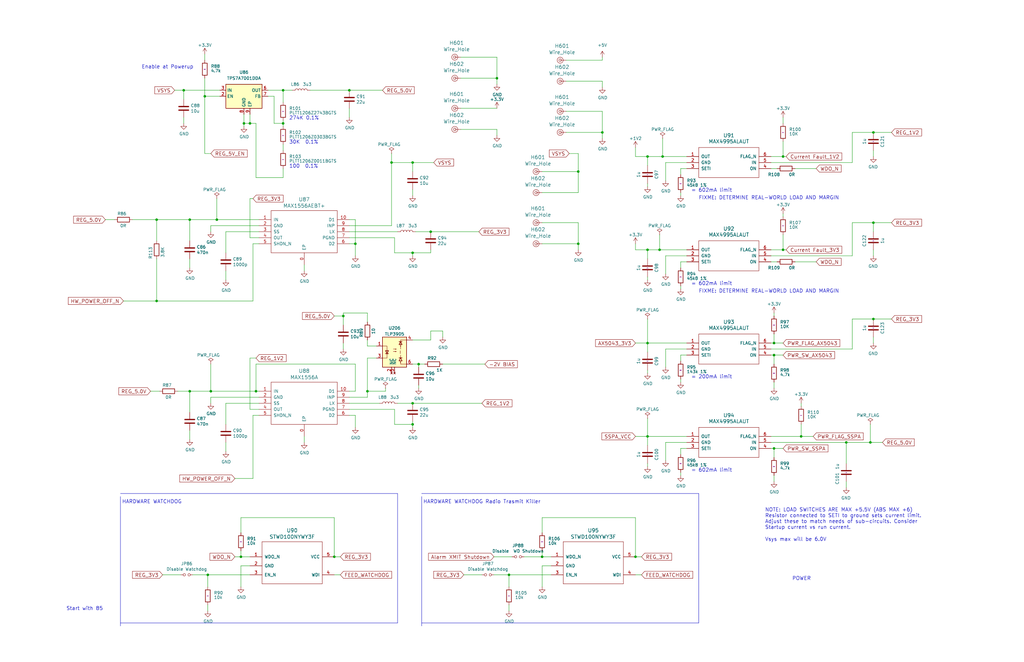
<source format=kicad_sch>
(kicad_sch (version 20230121) (generator eeschema)
  (paper "USLedger")
  (title_block (title "Radiation Tolerant PacSat Communication") (date "2023-06-17") (rev "A") (company "AMSAT-NA") (comment 1 "N5BRG"))
  (junction (at 181.61 97.79))
  (junction (at 228.6 234.95))
  (junction (at 101.6 234.95))
  (junction (at 147.32 38.1))
  (junction (at 140.97 234.95))
  (junction (at 326.39 144.78))
  (junction (at 254 55.88))
  (junction (at 279.4 66.04))
  (junction (at 86.36 40.64))
  (junction (at 173.99 106.68))
  (junction (at 77.47 38.1))
  (junction (at 278.13 105.41))
  (junction (at 66.04 127))
  (junction (at 80.01 165.1))
  (junction (at 267.97 234.95))
  (junction (at 273.05 184.15))
  (junction (at 368.3 134.62))
  (junction (at 88.9 165.1))
  (junction (at 243.84 72.39))
  (junction (at 119.38 52.07))
  (junction (at 102.87 52.07))
  (junction (at 119.38 38.1))
  (junction (at 144.78 133.35))
  (junction (at 149.86 102.87))
  (junction (at 330.2 105.41))
  (junction (at 214.63 242.57))
  (junction (at 105.41 52.07))
  (junction (at 154.94 165.1))
  (junction (at 165.1 68.58))
  (junction (at 173.99 179.07))
  (junction (at 337.82 184.15))
  (junction (at 356.87 186.69))
  (junction (at 330.2 66.04))
  (junction (at 87.63 242.57))
  (junction (at 80.01 92.71))
  (junction (at 368.3 55.88))
  (junction (at 107.95 165.1))
  (junction (at 91.44 92.71))
  (junction (at 173.99 170.18))
  (junction (at 243.84 102.87))
  (junction (at 173.99 68.58))
  (junction (at 273.05 105.41))
  (junction (at 326.39 149.86))
  (junction (at 209.55 33.02))
  (junction (at 66.04 92.71))
  (junction (at 273.05 66.04))
  (junction (at 367.03 186.69))
  (junction (at 368.3 93.98))
  (junction (at 273.05 144.78))
  (junction (at 326.39 189.23))
  (junction (at 176.53 153.67))
  (wire (pts (xy 287.02 81.28) (xy 287.02 82.55)))
  (wire (pts (xy 273.05 176.53) (xy 273.05 184.15)))
  (wire (pts (xy 147.32 172.72) (xy 166.37 172.72)))
  (wire (pts (xy 220.98 234.95) (xy 228.6 234.95)))
  (wire (pts (xy 194.31 54.61) (xy 209.55 54.61)))
  (wire (pts (xy 330.2 66.04) (xy 331.47 66.04)))
  (wire (pts (xy 273.05 156.21) (xy 273.05 157.48)))
  (wire (pts (xy 181.61 143.51) (xy 181.61 139.7)))
  (wire (pts (xy 243.84 64.77) (xy 240.03 64.77)))
  (polyline (pts (xy 50.8 208.28) (xy 167.64 208.28)))
  (wire (pts (xy 107.95 74.93) (xy 119.38 74.93)))
  (wire (pts (xy 95.25 97.79) (xy 95.25 106.68)))
  (wire (pts (xy 186.69 139.7) (xy 186.69 142.24)))
  (wire (pts (xy 359.41 107.95) (xy 359.41 93.98)))
  (wire (pts (xy 119.38 52.07) (xy 119.38 53.34)))
  (wire (pts (xy 359.41 68.58) (xy 359.41 55.88)))
  (wire (pts (xy 166.37 172.72) (xy 166.37 179.07)))
  (wire (pts (xy 66.04 109.22) (xy 66.04 127)))
  (polyline (pts (xy 167.64 262.89) (xy 50.8 262.89)))
  (wire (pts (xy 176.53 153.67) (xy 179.07 153.67)))
  (wire (pts (xy 105.41 100.33) (xy 109.22 100.33)))
  (wire (pts (xy 359.41 134.62) (xy 359.41 147.32)))
  (wire (pts (xy 273.05 184.15) (xy 289.56 184.15)))
  (wire (pts (xy 330.2 49.53) (xy 330.2 52.07)))
  (wire (pts (xy 368.3 93.98) (xy 375.92 93.98)))
  (wire (pts (xy 176.53 153.67) (xy 176.53 154.94)))
  (wire (pts (xy 95.25 114.3) (xy 95.25 118.11)))
  (polyline (pts (xy 294.64 262.89) (xy 177.8 262.89)))
  (wire (pts (xy 154.94 143.51) (xy 154.94 146.05)))
  (wire (pts (xy 77.47 49.53) (xy 77.47 52.07)))
  (wire (pts (xy 228.6 234.95) (xy 232.41 234.95)))
  (wire (pts (xy 144.78 132.08) (xy 144.78 133.35)))
  (wire (pts (xy 337.82 170.18) (xy 337.82 171.45)))
  (wire (pts (xy 115.57 52.07) (xy 119.38 52.07)))
  (wire (pts (xy 287.02 152.4) (xy 287.02 149.86)))
  (wire (pts (xy 81.28 242.57) (xy 87.63 242.57)))
  (wire (pts (xy 115.57 40.64) (xy 115.57 52.07)))
  (wire (pts (xy 147.32 165.1) (xy 149.86 165.1)))
  (wire (pts (xy 99.06 234.95) (xy 101.6 234.95)))
  (wire (pts (xy 279.4 66.04) (xy 289.56 66.04)))
  (wire (pts (xy 105.41 238.76) (xy 101.6 238.76)))
  (wire (pts (xy 335.28 71.12) (xy 344.17 71.12)))
  (wire (pts (xy 119.38 60.96) (xy 119.38 63.5)))
  (wire (pts (xy 101.6 234.95) (xy 105.41 234.95)))
  (wire (pts (xy 181.61 106.68) (xy 173.99 106.68)))
  (wire (pts (xy 109.22 97.79) (xy 95.25 97.79)))
  (wire (pts (xy 209.55 54.61) (xy 209.55 57.15)))
  (wire (pts (xy 368.3 66.04) (xy 368.3 63.5)))
  (wire (pts (xy 140.97 234.95) (xy 143.51 234.95)))
  (wire (pts (xy 44.45 92.71) (xy 48.26 92.71)))
  (wire (pts (xy 109.22 175.26) (xy 106.68 175.26)))
  (wire (pts (xy 368.3 105.41) (xy 368.3 107.95)))
  (wire (pts (xy 273.05 109.22) (xy 273.05 105.41)))
  (wire (pts (xy 254 46.99) (xy 254 55.88)))
  (wire (pts (xy 86.36 40.64) (xy 92.71 40.64)))
  (wire (pts (xy 356.87 186.69) (xy 367.03 186.69)))
  (wire (pts (xy 325.12 66.04) (xy 330.2 66.04)))
  (wire (pts (xy 337.82 184.15) (xy 342.9 184.15)))
  (wire (pts (xy 287.02 191.77) (xy 287.02 189.23)))
  (wire (pts (xy 326.39 200.66) (xy 326.39 203.2)))
  (wire (pts (xy 106.68 201.93) (xy 106.68 175.26)))
  (wire (pts (xy 105.41 48.26) (xy 105.41 52.07)))
  (wire (pts (xy 173.99 80.01) (xy 173.99 82.55)))
  (wire (pts (xy 267.97 62.23) (xy 267.97 66.04)))
  (wire (pts (xy 181.61 105.41) (xy 181.61 106.68)))
  (wire (pts (xy 113.03 40.64) (xy 115.57 40.64)))
  (wire (pts (xy 368.3 55.88) (xy 375.92 55.88)))
  (wire (pts (xy 119.38 50.8) (xy 119.38 52.07)))
  (wire (pts (xy 102.87 52.07) (xy 102.87 53.34)))
  (wire (pts (xy 176.53 162.56) (xy 176.53 163.83)))
  (wire (pts (xy 182.88 68.58) (xy 173.99 68.58)))
  (wire (pts (xy 326.39 144.78) (xy 325.12 144.78)))
  (wire (pts (xy 273.05 148.59) (xy 273.05 144.78)))
  (wire (pts (xy 107.95 74.93) (xy 107.95 52.07)))
  (wire (pts (xy 278.13 105.41) (xy 289.56 105.41)))
  (wire (pts (xy 109.22 167.64) (xy 88.9 167.64)))
  (wire (pts (xy 273.05 134.62) (xy 273.05 144.78)))
  (wire (pts (xy 77.47 38.1) (xy 92.71 38.1)))
  (wire (pts (xy 149.86 102.87) (xy 149.86 107.95)))
  (wire (pts (xy 208.28 242.57) (xy 214.63 242.57)))
  (wire (pts (xy 144.78 132.08) (xy 154.94 132.08)))
  (wire (pts (xy 287.02 199.39) (xy 287.02 200.66)))
  (wire (pts (xy 186.69 153.67) (xy 204.47 153.67)))
  (wire (pts (xy 273.05 69.85) (xy 273.05 66.04)))
  (wire (pts (xy 77.47 41.91) (xy 77.47 38.1)))
  (wire (pts (xy 243.84 102.87) (xy 243.84 105.41)))
  (wire (pts (xy 326.39 132.08) (xy 326.39 133.35)))
  (wire (pts (xy 101.6 218.44) (xy 140.97 218.44)))
  (wire (pts (xy 368.3 134.62) (xy 375.92 134.62)))
  (polyline (pts (xy 177.8 208.28) (xy 294.64 208.28)))
  (wire (pts (xy 330.2 66.04) (xy 330.2 59.69)))
  (wire (pts (xy 95.25 186.69) (xy 95.25 190.5)))
  (wire (pts (xy 325.12 184.15) (xy 337.82 184.15)))
  (wire (pts (xy 173.99 72.39) (xy 173.99 68.58)))
  (wire (pts (xy 273.05 195.58) (xy 273.05 196.85)))
  (wire (pts (xy 149.86 92.71) (xy 149.86 102.87)))
  (wire (pts (xy 80.01 165.1) (xy 88.9 165.1)))
  (wire (pts (xy 173.99 143.51) (xy 181.61 143.51)))
  (wire (pts (xy 86.36 22.86) (xy 86.36 25.4)))
  (wire (pts (xy 326.39 149.86) (xy 326.39 153.67)))
  (wire (pts (xy 173.99 179.07) (xy 173.99 180.34)))
  (wire (pts (xy 106.68 102.87) (xy 109.22 102.87)))
  (wire (pts (xy 356.87 195.58) (xy 356.87 186.69)))
  (wire (pts (xy 66.04 92.71) (xy 66.04 101.6)))
  (wire (pts (xy 273.05 144.78) (xy 289.56 144.78)))
  (wire (pts (xy 80.01 92.71) (xy 80.01 101.6)))
  (wire (pts (xy 287.02 160.02) (xy 287.02 161.29)))
  (wire (pts (xy 144.78 144.78) (xy 144.78 147.32)))
  (wire (pts (xy 130.81 38.1) (xy 147.32 38.1)))
  (wire (pts (xy 287.02 73.66) (xy 287.02 71.12)))
  (wire (pts (xy 165.1 95.25) (xy 165.1 68.58)))
  (wire (pts (xy 95.25 170.18) (xy 95.25 179.07)))
  (wire (pts (xy 162.56 163.83) (xy 162.56 165.1)))
  (wire (pts (xy 76.2 242.57) (xy 68.58 242.57)))
  (wire (pts (xy 88.9 165.1) (xy 107.95 165.1)))
  (wire (pts (xy 326.39 161.29) (xy 326.39 163.83)))
  (wire (pts (xy 147.32 102.87) (xy 149.86 102.87)))
  (wire (pts (xy 87.63 255.27) (xy 87.63 257.81)))
  (wire (pts (xy 267.97 66.04) (xy 273.05 66.04)))
  (wire (pts (xy 209.55 24.13) (xy 209.55 33.02)))
  (wire (pts (xy 267.97 218.44) (xy 267.97 234.95)))
  (wire (pts (xy 105.41 151.13) (xy 107.95 151.13)))
  (wire (pts (xy 173.99 153.67) (xy 176.53 153.67)))
  (wire (pts (xy 287.02 110.49) (xy 289.56 110.49)))
  (wire (pts (xy 105.41 52.07) (xy 107.95 52.07)))
  (wire (pts (xy 119.38 71.12) (xy 119.38 74.93)))
  (wire (pts (xy 368.3 144.78) (xy 368.3 142.24)))
  (wire (pts (xy 154.94 151.13) (xy 154.94 165.1)))
  (wire (pts (xy 102.87 48.26) (xy 102.87 52.07)))
  (wire (pts (xy 167.64 170.18) (xy 173.99 170.18)))
  (wire (pts (xy 113.03 38.1) (xy 119.38 38.1)))
  (wire (pts (xy 330.2 105.41) (xy 331.47 105.41)))
  (wire (pts (xy 107.95 153.67) (xy 107.95 165.1)))
  (wire (pts (xy 147.32 45.72) (xy 147.32 49.53)))
  (wire (pts (xy 86.36 33.02) (xy 86.36 40.64)))
  (wire (pts (xy 289.56 68.58) (xy 280.67 68.58)))
  (wire (pts (xy 273.05 105.41) (xy 278.13 105.41)))
  (wire (pts (xy 128.27 184.15) (xy 128.27 186.69)))
  (wire (pts (xy 173.99 177.8) (xy 173.99 179.07)))
  (wire (pts (xy 106.68 127) (xy 106.68 102.87)))
  (wire (pts (xy 267.97 184.15) (xy 273.05 184.15)))
  (wire (pts (xy 149.86 175.26) (xy 149.86 180.34)))
  (wire (pts (xy 238.76 55.88) (xy 254 55.88)))
  (wire (pts (xy 228.6 238.76) (xy 228.6 247.65)))
  (wire (pts (xy 80.01 109.22) (xy 80.01 113.03)))
  (wire (pts (xy 74.93 165.1) (xy 80.01 165.1)))
  (wire (pts (xy 287.02 71.12) (xy 289.56 71.12)))
  (wire (pts (xy 175.26 97.79) (xy 181.61 97.79)))
  (wire (pts (xy 209.55 33.02) (xy 209.55 35.56)))
  (wire (pts (xy 359.41 93.98) (xy 368.3 93.98)))
  (wire (pts (xy 154.94 146.05) (xy 158.75 146.05)))
  (wire (pts (xy 88.9 95.25) (xy 88.9 97.79)))
  (wire (pts (xy 254 34.29) (xy 254 36.83)))
  (wire (pts (xy 368.3 93.98) (xy 368.3 97.79)))
  (wire (pts (xy 173.99 106.68) (xy 173.99 107.95)))
  (wire (pts (xy 147.32 97.79) (xy 167.64 97.79)))
  (wire (pts (xy 238.76 25.4) (xy 254 25.4)))
  (wire (pts (xy 287.02 120.65) (xy 287.02 121.92)))
  (wire (pts (xy 273.05 66.04) (xy 279.4 66.04)))
  (wire (pts (xy 228.6 224.79) (xy 228.6 218.44)))
  (wire (pts (xy 367.03 186.69) (xy 372.11 186.69)))
  (wire (pts (xy 254 55.88) (xy 254 58.42)))
  (wire (pts (xy 287.02 189.23) (xy 289.56 189.23)))
  (wire (pts (xy 330.2 105.41) (xy 330.2 99.06)))
  (wire (pts (xy 243.84 72.39) (xy 243.84 81.28)))
  (wire (pts (xy 267.97 234.95) (xy 270.51 234.95)))
  (polyline (pts (xy 50.8 264.16) (xy 50.8 209.55)))
  (wire (pts (xy 243.84 93.98) (xy 243.84 102.87)))
  (wire (pts (xy 228.6 93.98) (xy 243.84 93.98)))
  (wire (pts (xy 359.41 147.32) (xy 325.12 147.32)))
  (wire (pts (xy 87.63 242.57) (xy 87.63 247.65)))
  (wire (pts (xy 105.41 83.82) (xy 106.68 83.82)))
  (wire (pts (xy 273.05 187.96) (xy 273.05 184.15)))
  (wire (pts (xy 109.22 170.18) (xy 95.25 170.18)))
  (wire (pts (xy 166.37 106.68) (xy 173.99 106.68)))
  (wire (pts (xy 214.63 255.27) (xy 214.63 257.81)))
  (wire (pts (xy 80.01 92.71) (xy 91.44 92.71)))
  (wire (pts (xy 228.6 102.87) (xy 243.84 102.87)))
  (wire (pts (xy 86.36 64.77) (xy 86.36 40.64)))
  (wire (pts (xy 140.97 242.57) (xy 143.51 242.57)))
  (wire (pts (xy 326.39 149.86) (xy 330.2 149.86)))
  (wire (pts (xy 325.12 149.86) (xy 326.39 149.86)))
  (wire (pts (xy 194.31 45.72) (xy 209.55 45.72)))
  (wire (pts (xy 238.76 46.99) (xy 254 46.99)))
  (wire (pts (xy 91.44 92.71) (xy 109.22 92.71)))
  (wire (pts (xy 325.12 71.12) (xy 327.66 71.12)))
  (wire (pts (xy 105.41 83.82) (xy 105.41 100.33)))
  (wire (pts (xy 147.32 95.25) (xy 165.1 95.25)))
  (wire (pts (xy 335.28 110.49) (xy 344.17 110.49)))
  (wire (pts (xy 267.97 144.78) (xy 273.05 144.78)))
  (wire (pts (xy 147.32 170.18) (xy 160.02 170.18)))
  (wire (pts (xy 267.97 105.41) (xy 273.05 105.41)))
  (wire (pts (xy 367.03 179.07) (xy 367.03 186.69)))
  (wire (pts (xy 88.9 153.67) (xy 88.9 165.1)))
  (wire (pts (xy 214.63 242.57) (xy 232.41 242.57)))
  (wire (pts (xy 66.04 92.71) (xy 80.01 92.71)))
  (wire (pts (xy 325.12 105.41) (xy 330.2 105.41)))
  (wire (pts (xy 88.9 64.77) (xy 86.36 64.77)))
  (wire (pts (xy 166.37 100.33) (xy 166.37 106.68)))
  (wire (pts (xy 119.38 38.1) (xy 119.38 43.18)))
  (wire (pts (xy 273.05 77.47) (xy 273.05 78.74)))
  (wire (pts (xy 88.9 167.64) (xy 88.9 170.18)))
  (wire (pts (xy 330.2 90.17) (xy 330.2 91.44)))
  (wire (pts (xy 109.22 95.25) (xy 88.9 95.25)))
  (wire (pts (xy 280.67 147.32) (xy 280.67 154.94)))
  (wire (pts (xy 289.56 107.95) (xy 280.67 107.95)))
  (wire (pts (xy 267.97 102.87) (xy 267.97 105.41)))
  (wire (pts (xy 147.32 38.1) (xy 161.29 38.1)))
  (wire (pts (xy 228.6 81.28) (xy 243.84 81.28)))
  (wire (pts (xy 165.1 68.58) (xy 173.99 68.58)))
  (wire (pts (xy 154.94 165.1) (xy 154.94 167.64)))
  (wire (pts (xy 359.41 134.62) (xy 368.3 134.62)))
  (wire (pts (xy 105.41 172.72) (xy 105.41 151.13)))
  (wire (pts (xy 325.12 189.23) (xy 326.39 189.23)))
  (wire (pts (xy 325.12 110.49) (xy 327.66 110.49)))
  (polyline (pts (xy 167.64 208.28) (xy 167.64 262.89)))
  (wire (pts (xy 254 24.13) (xy 254 25.4)))
  (wire (pts (xy 326.39 193.04) (xy 326.39 189.23)))
  (wire (pts (xy 289.56 186.69) (xy 280.67 186.69)))
  (wire (pts (xy 273.05 116.84) (xy 273.05 118.11)))
  (wire (pts (xy 287.02 149.86) (xy 289.56 149.86)))
  (wire (pts (xy 232.41 238.76) (xy 228.6 238.76)))
  (wire (pts (xy 52.07 127) (xy 66.04 127)))
  (wire (pts (xy 101.6 232.41) (xy 101.6 234.95)))
  (wire (pts (xy 326.39 140.97) (xy 326.39 144.78)))
  (wire (pts (xy 87.63 242.57) (xy 105.41 242.57)))
  (wire (pts (xy 194.31 24.13) (xy 209.55 24.13)))
  (wire (pts (xy 147.32 92.71) (xy 149.86 92.71)))
  (wire (pts (xy 109.22 172.72) (xy 105.41 172.72)))
  (polyline (pts (xy 177.8 264.16) (xy 177.8 209.55)))
  (wire (pts (xy 181.61 139.7) (xy 186.69 139.7)))
  (wire (pts (xy 325.12 186.69) (xy 356.87 186.69)))
  (wire (pts (xy 359.41 55.88) (xy 368.3 55.88)))
  (wire (pts (xy 166.37 179.07) (xy 173.99 179.07)))
  (wire (pts (xy 289.56 147.32) (xy 280.67 147.32)))
  (wire (pts (xy 243.84 64.77) (xy 243.84 72.39)))
  (wire (pts (xy 101.6 224.79) (xy 101.6 218.44)))
  (wire (pts (xy 214.63 242.57) (xy 214.63 247.65)))
  (wire (pts (xy 356.87 205.74) (xy 356.87 203.2)))
  (wire (pts (xy 325.12 107.95) (xy 359.41 107.95)))
  (wire (pts (xy 144.78 133.35) (xy 140.97 133.35)))
  (wire (pts (xy 267.97 242.57) (xy 270.51 242.57)))
  (wire (pts (xy 66.04 127) (xy 106.68 127)))
  (wire (pts (xy 173.99 170.18) (xy 203.2 170.18)))
  (wire (pts (xy 147.32 167.64) (xy 154.94 167.64)))
  (wire (pts (xy 102.87 52.07) (xy 105.41 52.07)))
  (wire (pts (xy 330.2 144.78) (xy 326.39 144.78)))
  (wire (pts (xy 287.02 113.03) (xy 287.02 110.49)))
  (wire (pts (xy 154.94 132.08) (xy 154.94 135.89)))
  (wire (pts (xy 326.39 189.23) (xy 330.2 189.23)))
  (wire (pts (xy 337.82 179.07) (xy 337.82 184.15)))
  (wire (pts (xy 80.01 165.1) (xy 80.01 173.99)))
  (wire (pts (xy 165.1 64.77) (xy 165.1 68.58)))
  (wire (pts (xy 147.32 175.26) (xy 149.86 175.26)))
  (wire (pts (xy 228.6 218.44) (xy 267.97 218.44)))
  (wire (pts (xy 119.38 38.1) (xy 123.19 38.1)))
  (wire (pts (xy 149.86 153.67) (xy 107.95 153.67)))
  (wire (pts (xy 128.27 111.76) (xy 128.27 114.3)))
  (wire (pts (xy 278.13 99.06) (xy 278.13 105.41)))
  (wire (pts (xy 144.78 137.16) (xy 144.78 133.35)))
  (wire (pts (xy 280.67 186.69) (xy 280.67 194.31)))
  (wire (pts (xy 280.67 68.58) (xy 280.67 76.2)))
  (wire (pts (xy 228.6 232.41) (xy 228.6 234.95)))
  (wire (pts (xy 55.88 92.71) (xy 66.04 92.71)))
  (wire (pts (xy 158.75 151.13) (xy 154.94 151.13)))
  (wire (pts (xy 149.86 165.1) (xy 149.86 153.67)))
  (wire (pts (xy 91.44 83.82) (xy 91.44 92.71)))
  (wire (pts (xy 101.6 238.76) (xy 101.6 247.65)))
  (wire (pts (xy 279.4 58.42) (xy 279.4 66.04)))
  (wire (pts (xy 325.12 68.58) (xy 359.41 68.58)))
  (wire (pts (xy 147.32 100.33) (xy 166.37 100.33)))
  (wire (pts (xy 77.47 38.1) (xy 73.66 38.1)))
  (wire (pts (xy 228.6 72.39) (xy 243.84 72.39)))
  (wire (pts (xy 63.5 165.1) (xy 67.31 165.1)))
  (wire (pts (xy 194.31 33.02) (xy 209.55 33.02)))
  (wire (pts (xy 107.95 165.1) (xy 109.22 165.1)))
  (wire (pts (xy 208.28 234.95) (xy 215.9 234.95)))
  (wire (pts (xy 181.61 97.79) (xy 201.93 97.79)))
  (polyline (pts (xy 294.64 208.28) (xy 294.64 262.89)))
  (wire (pts (xy 140.97 218.44) (xy 140.97 234.95)))
  (wire (pts (xy 80.01 181.61) (xy 80.01 185.42)))
  (wire (pts (xy 154.94 165.1) (xy 162.56 165.1)))
  (wire (pts (xy 99.06 201.93) (xy 106.68 201.93)))
  (wire (pts (xy 280.67 107.95) (xy 280.67 115.57)))
  (wire (pts (xy 238.76 34.29) (xy 254 34.29)))
  (wire (pts (xy 203.2 242.57) (xy 195.58 242.57)))
  (text "= 200mA limit" (at 291.465 160.02 0) (effects (font (size 1.524 1.524)) (justify left bottom)))
  (text "FIXME: DETERMINE REAL-WORLD LOAD AND MARGIN" (at 294.64 84.455 0) (effects (font (size 1.524 1.524)) (justify left bottom)))
  (text "Start with 85" (at 27.94 257.81 0) (effects (font (size 1.524 1.524)) (justify left bottom)))
  (text "30K  0.1%" (at 121.92 60.96 0) (effects (font (size 1.524 1.524)) (justify left bottom)))
  (text "274K 0.1%" (at 121.92 50.8 0) (effects (font (size 1.524 1.524)) (justify left bottom)))
  (text "NOTE: LOAD SWITCHES ARE MAX +5.5V (ABS MAX +6)\nResistor connected to SETI to ground sets current limit.\nAdjust these to match needs of sub-circuits. Consider\nStartup current vs run current.\n" (at 322.58 223.52 0) (effects (font (size 1.524 1.524)) (justify left bottom)))
  (text "HARDWARE WATCHDOG" (at 51.435 212.725 0) (effects (font (size 1.524 1.524)) (justify left bottom)))
  (text "100  0.1%" (at 121.92 71.12 0) (effects (font (size 1.524 1.524)) (justify left bottom)))
  (text "FIXME: DETERMINE REAL-WORLD LOAD AND MARGIN" (at 294.64 123.825 0) (effects (font (size 1.524 1.524)) (justify left bottom)))
  (text "Vsys max will be 6.0V" (at 322.58 228.6 0) (effects (font (size 1.524 1.524)) (justify left bottom)))
  (text "HARDWARE WATCHDOG Radio Trasmit Killer" (at 178.435 212.725 0) (effects (font (size 1.524 1.524)) (justify left bottom)))
  (text "= 602mA limit" (at 291.465 120.65 0) (effects (font (size 1.524 1.524)) (justify left bottom)))
  (text "Enable at Powerup" (at 59.69 29.21 0) (effects (font (size 1.524 1.524)) (justify left bottom)))
  (text "= 602mA limit" (at 291.465 81.28 0) (effects (font (size 1.524 1.524)) (justify left bottom)))
  (text "POWER" (at 334.01 245.11 0) (effects (font (size 1.524 1.524)) (justify left bottom)))
  (text "= 602mA limit" (at 291.465 199.39 0) (effects (font (size 1.524 1.524)) (justify left bottom)))
  (global_label "HW_POWER_OFF_N" (shape input) (at 99.06 201.93 180) (effects (font (size 1.524 1.524))) (property "Intersheetrefs" "${INTERSHEET_REFS}" (effects hide)))
  (global_label "HW_POWER_OFF_N" (shape input) (at 52.07 127 180) (effects (font (size 1.524 1.524))) (property "Intersheetrefs" "${INTERSHEET_REFS}" (effects hide)))
  (global_label "PWR_FLAG_AX5043" (shape input) (at 330.2 144.78 0) (effects (font (size 1.524 1.524))) (property "Intersheetrefs" "${INTERSHEET_REFS}" (effects hide)))
  (global_label "-2V BIAS" (shape input) (at 204.47 153.67 0) (effects (font (size 1.524 1.524))) (property "Intersheetrefs" "${INTERSHEET_REFS}" (effects hide)))
  (global_label "VSYS" (shape input) (at 182.88 68.58 0) (effects (font (size 1.524 1.524))) (property "Intersheetrefs" "${INTERSHEET_REFS}" (effects hide)))
  (global_label "WDO_N" (shape input) (at 344.17 110.49 0) (effects (font (size 1.524 1.524))) (property "Intersheetrefs" "${INTERSHEET_REFS}" (effects hide)))
  (global_label "REG_5.0V" (shape input) (at 63.5 165.1 180) (effects (font (size 1.524 1.524))) (property "Intersheetrefs" "${INTERSHEET_REFS}" (effects hide)))
  (global_label "WDO_N" (shape input) (at 99.06 234.95 180) (effects (font (size 1.524 1.524))) (property "Intersheetrefs" "${INTERSHEET_REFS}" (effects hide)))
  (global_label "REG_3V3" (shape input) (at 270.51 234.95 0) (effects (font (size 1.524 1.524))) (property "Intersheetrefs" "${INTERSHEET_REFS}" (effects hide)))
  (global_label "REG_3V3" (shape input) (at 68.58 242.57 180) (effects (font (size 1.524 1.524))) (property "Intersheetrefs" "${INTERSHEET_REFS}" (effects hide)))
  (global_label "PWR_SW_SSPA" (shape input) (at 330.2 189.23 0) (effects (font (size 1.524 1.524))) (property "Intersheetrefs" "${INTERSHEET_REFS}" (effects hide)))
  (global_label "REG_1V2" (shape input) (at 107.95 151.13 0) (effects (font (size 1.524 1.524))) (property "Intersheetrefs" "${INTERSHEET_REFS}" (effects hide)))
  (global_label "REG_3V3" (shape input) (at 201.93 97.79 0) (effects (font (size 1.524 1.524))) (property "Intersheetrefs" "${INTERSHEET_REFS}" (effects hide)))
  (global_label "WDO_N" (shape input) (at 344.17 71.12 0) (effects (font (size 1.524 1.524))) (property "Intersheetrefs" "${INTERSHEET_REFS}" (effects hide)))
  (global_label "REG_1V2" (shape input) (at 203.2 170.18 0) (effects (font (size 1.524 1.524))) (property "Intersheetrefs" "${INTERSHEET_REFS}" (effects hide)))
  (global_label "Current Fault_1V2" (shape input) (at 331.47 66.04 0) (effects (font (size 1.524 1.524))) (property "Intersheetrefs" "${INTERSHEET_REFS}" (effects hide)))
  (global_label "SSPA_VCC" (shape input) (at 267.97 184.15 180) (effects (font (size 1.524 1.524))) (property "Intersheetrefs" "${INTERSHEET_REFS}" (effects hide)))
  (global_label "FEED_WATCHDOG" (shape input) (at 270.51 242.57 0) (effects (font (size 1.524 1.524))) (property "Intersheetrefs" "${INTERSHEET_REFS}" (effects hide)))
  (global_label "REG_3V3" (shape input) (at 143.51 234.95 0) (effects (font (size 1.524 1.524))) (property "Intersheetrefs" "${INTERSHEET_REFS}" (effects hide)))
  (global_label "PWR_FLAG_SSPA" (shape input) (at 342.9 184.15 0) (effects (font (size 1.524 1.524))) (property "Intersheetrefs" "${INTERSHEET_REFS}" (effects hide)))
  (global_label "AX5043_3V3" (shape input) (at 267.97 144.78 180) (effects (font (size 1.524 1.524))) (property "Intersheetrefs" "${INTERSHEET_REFS}" (effects hide)))
  (global_label "REG_5V_EN" (shape input) (at 88.9 64.77 0) (effects (font (size 1.524 1.524))) (property "Intersheetrefs" "${INTERSHEET_REFS}" (effects hide)))
  (global_label "REG_3V3" (shape input) (at 106.68 83.82 0) (effects (font (size 1.524 1.524))) (property "Intersheetrefs" "${INTERSHEET_REFS}" (effects hide)))
  (global_label "VSYS" (shape input) (at 73.66 38.1 180) (effects (font (size 1.524 1.524))) (property "Intersheetrefs" "${INTERSHEET_REFS}" (effects hide)))
  (global_label "Current Fault_3V3" (shape input) (at 331.47 105.41 0) (effects (font (size 1.524 1.524))) (property "Intersheetrefs" "${INTERSHEET_REFS}" (effects hide)))
  (global_label "REG_1V2" (shape input) (at 375.92 55.88 0) (effects (font (size 1.524 1.524))) (property "Intersheetrefs" "${INTERSHEET_REFS}" (effects hide)))
  (global_label "PWR_SW_AX5043" (shape input) (at 330.2 149.86 0) (effects (font (size 1.524 1.524))) (property "Intersheetrefs" "${INTERSHEET_REFS}" (effects hide)))
  (global_label "REG_3V3" (shape input) (at 375.92 134.62 0) (effects (font (size 1.524 1.524))) (property "Intersheetrefs" "${INTERSHEET_REFS}" (effects hide)))
  (global_label "REG_3V3" (shape input) (at 195.58 242.57 180) (effects (font (size 1.524 1.524))) (property "Intersheetrefs" "${INTERSHEET_REFS}" (effects hide)))
  (global_label "FEED_WATCHDOG" (shape input) (at 143.51 242.57 0) (effects (font (size 1.524 1.524))) (property "Intersheetrefs" "${INTERSHEET_REFS}" (effects hide)))
  (global_label "REG_5.0V" (shape input) (at 140.97 133.35 180) (effects (font (size 1.524 1.524))) (property "Intersheetrefs" "${INTERSHEET_REFS}" (effects hide)))
  (global_label "REG_3V3" (shape input) (at 375.92 93.98 0) (effects (font (size 1.524 1.524))) (property "Intersheetrefs" "${INTERSHEET_REFS}" (effects hide)))
  (global_label "REG_5.0V" (shape input) (at 44.45 92.71 180) (effects (font (size 1.524 1.524))) (property "Intersheetrefs" "${INTERSHEET_REFS}" (effects hide)))
  (global_label "VSYS" (shape input) (at 240.03 64.77 180) (effects (font (size 1.524 1.524))) (property "Intersheetrefs" "${INTERSHEET_REFS}" (effects hide)))
  (global_label "Alarm XMIT Shutdown" (shape input) (at 208.28 234.95 180) (effects (font (size 1.524 1.524))) (property "Intersheetrefs" "${INTERSHEET_REFS}" (effects hide)))
  (global_label "REG_5.0V" (shape input) (at 372.11 186.69 0) (effects (font (size 1.524 1.524))) (property "Intersheetrefs" "${INTERSHEET_REFS}" (effects hide)))
  (global_label "REG_5.0V" (shape input) (at 161.29 38.1 0) (effects (font (size 1.524 1.524))) (property "Intersheetrefs" "${INTERSHEET_REFS}" (effects hide)))
  (symbol (lib_id "Device:L") (at 171.45 97.79 90) (unit 1)
    (property "Reference" "L87" (at 168.91 95.25 90))
    (property "Value" "3u3" (at 173.99 95.25 90))
    (property "Footprint" "Inductor_SMD:L_1210_3225Metric_Pad1.42x2.65mm_HandSolder" (effects hide))
  )
  (symbol (lib_id "Device:C") (at 181.61 101.6 0) (unit 1)
    (property "Reference" "C94" (at 184.531 100.4316 0) (effects (justify left)))
    (property "Value" "22u" (at 184.531 102.743 0) (effects (justify left)))
    (property "Footprint" "Capacitor_SMD:C_2220_5650Metric_Pad1.97x5.40mm_HandSolder" (effects hide))
  )
  (symbol (lib_id "Device:C") (at 80.01 105.41 0) (unit 1)
    (property "Reference" "C86" (at 82.931 104.2416 0) (effects (justify left)))
    (property "Value" "470n" (at 82.931 106.553 0) (effects (justify left)))
    (property "Footprint" "Capacitor_SMD:C_0603_1608Metric_Pad1.08x0.95mm_HandSolder" (effects hide))
  )
  (symbol (lib_id "power:GND") (at 80.01 113.03 0) (unit 1)
    (property "Reference" "#PWR088" (effects hide))
    (property "Value" "GND" (at 80.137 117.4242 0))
  )
  (symbol (lib_id "Device:C") (at 173.99 76.2 0) (unit 1)
    (property "Reference" "C92" (at 176.911 75.0316 0) (effects (justify left)))
    (property "Value" "10u" (at 176.911 77.343 0) (effects (justify left)))
    (property "Footprint" "Capacitor_SMD:C_0603_1608Metric_Pad1.08x0.95mm_HandSolder" (effects hide))
  )
  (symbol (lib_id "power:GND") (at 173.99 82.55 0) (unit 1)
    (property "Reference" "#PWR0111" (effects hide))
    (property "Value" "GND" (at 174.117 86.9442 0))
  )
  (symbol (lib_id "power:GND") (at 173.99 107.95 0) (unit 1)
    (property "Reference" "#PWR0115" (effects hide))
    (property "Value" "GND" (at 174.117 112.3442 0))
  )
  (symbol (lib_id "power:GND") (at 280.67 154.94 0) (unit 1)
    (property "Reference" "#PWR0135" (effects hide))
    (property "Value" "GND" (at 280.797 159.3342 0))
  )
  (symbol (lib_id "Device:C") (at 368.3 138.43 0) (mirror y) (unit 1)
    (property "Reference" "C123" (at 372.11 138.43 90))
    (property "Value" "1u" (at 364.49 138.43 90))
    (property "Footprint" "Capacitor_SMD:C_0805_2012Metric_Pad1.18x1.45mm_HandSolder" (effects hide))
    (property "Datasheet" "~" (at 368.3 138.43 0))
  )
  (symbol (lib_id "power:GND") (at 368.3 144.78 0) (mirror y) (unit 1)
    (property "Reference" "#PWR0190" (effects hide))
    (property "Value" "GND" (at 368.173 149.1742 0))
  )
  (symbol (lib_id "power:GND") (at 356.87 205.74 0) (mirror y) (unit 1)
    (property "Reference" "#PWR0187" (effects hide))
    (property "Value" "GND" (at 356.743 210.1342 0))
  )
  (symbol (lib_id "Device:C") (at 356.87 199.39 0) (mirror y) (unit 1)
    (property "Reference" "C101" (at 353.06 201.93 90))
    (property "Value" "1u" (at 353.06 196.85 90))
    (property "Footprint" "Capacitor_SMD:C_0805_2012Metric_Pad1.18x1.45mm_HandSolder" (effects hide))
    (property "Datasheet" "~" (at 356.87 199.39 0))
  )
  (symbol (lib_id "PACSAT_ICs:MAX1556A") (at 128.27 97.79 0) (unit 1)
    (property "Reference" "U87" (at 128.27 84.1502 0) (effects (font (size 1.524 1.524))))
    (property "Value" "MAX1556AEBT+" (at 128.27 86.8426 0) (effects (font (size 1.524 1.524))))
    (property "Footprint" "PacSatDev_maxim:TDFN_T1033_1" (effects hide))
  )
  (symbol (lib_id "Device:R") (at 52.07 92.71 90) (unit 1)
    (property "Reference" "R86" (at 53.34 90.17 90) (effects (justify left)))
    (property "Value" "0R" (at 53.34 95.25 90) (effects (justify left)))
    (property "Footprint" "Resistor_SMD:R_0603_1608Metric_Pad0.98x0.95mm_HandSolder" (effects hide))
  )
  (symbol (lib_id "Device:C") (at 95.25 110.49 0) (unit 1)
    (property "Reference" "C89" (at 98.171 109.3216 0) (effects (justify left)))
    (property "Value" "1000p" (at 98.171 111.633 0) (effects (justify left)))
    (property "Footprint" "Capacitor_SMD:C_0603_1608Metric_Pad1.08x0.95mm_HandSolder" (effects hide))
  )
  (symbol (lib_id "power:GND") (at 95.25 118.11 0) (unit 1)
    (property "Reference" "#PWR098" (effects hide))
    (property "Value" "GND" (at 95.377 122.5042 0))
  )
  (symbol (lib_id "power:GND") (at 88.9 97.79 0) (unit 1)
    (property "Reference" "#PWR096" (effects hide))
    (property "Value" "GND" (at 89.027 102.1842 0))
  )
  (symbol (lib_id "power:GND") (at 128.27 114.3 0) (unit 1)
    (property "Reference" "#PWR0108" (effects hide))
    (property "Value" "GND" (at 128.397 118.6942 0))
  )
  (symbol (lib_id "power:GND") (at 149.86 107.95 0) (unit 1)
    (property "Reference" "#PWR0113" (effects hide))
    (property "Value" "GND" (at 149.987 112.3442 0))
  )
  (symbol (lib_id "Device:L") (at 163.83 170.18 90) (unit 1)
    (property "Reference" "L88" (at 161.29 167.64 90))
    (property "Value" "3u3" (at 166.37 167.64 90))
    (property "Footprint" "Inductor_SMD:L_1210_3225Metric_Pad1.42x2.65mm_HandSolder" (effects hide))
  )
  (symbol (lib_id "Device:C") (at 173.99 173.99 0) (unit 1)
    (property "Reference" "C95" (at 176.911 172.8216 0) (effects (justify left)))
    (property "Value" "22u" (at 176.911 175.133 0) (effects (justify left)))
    (property "Footprint" "Capacitor_SMD:C_2220_5650Metric_Pad1.97x5.40mm_HandSolder" (effects hide))
  )
  (symbol (lib_id "Device:C") (at 80.01 177.8 0) (unit 1)
    (property "Reference" "C87" (at 82.931 176.6316 0) (effects (justify left)))
    (property "Value" "470n" (at 82.931 178.943 0) (effects (justify left)))
    (property "Footprint" "Capacitor_SMD:C_0603_1608Metric_Pad1.08x0.95mm_HandSolder" (effects hide))
  )
  (symbol (lib_id "power:GND") (at 80.01 185.42 0) (unit 1)
    (property "Reference" "#PWR092" (effects hide))
    (property "Value" "GND" (at 80.137 189.8142 0))
  )
  (symbol (lib_id "Device:C") (at 144.78 140.97 0) (unit 1)
    (property "Reference" "C93" (at 147.701 139.8016 0) (effects (justify left)))
    (property "Value" "10u" (at 147.701 142.113 0) (effects (justify left)))
    (property "Footprint" "Capacitor_SMD:C_2220_5650Metric_Pad1.97x5.40mm_HandSolder" (effects hide))
  )
  (symbol (lib_id "power:GND") (at 144.78 147.32 0) (unit 1)
    (property "Reference" "#PWR0112" (effects hide))
    (property "Value" "GND" (at 144.907 151.7142 0))
  )
  (symbol (lib_id "power:GND") (at 173.99 180.34 0) (unit 1)
    (property "Reference" "#PWR0116" (effects hide))
    (property "Value" "GND" (at 174.117 184.7342 0))
  )
  (symbol (lib_id "PACSAT_ICs:MAX1556A") (at 128.27 170.18 0) (unit 1)
    (property "Reference" "U88" (at 128.27 156.5402 0) (effects (font (size 1.524 1.524))))
    (property "Value" "MAX1556A" (at 128.27 159.2326 0) (effects (font (size 1.524 1.524))))
    (property "Footprint" "PacSatDev_maxim:TDFN_T1033_1" (effects hide))
  )
  (symbol (lib_id "Device:R") (at 71.12 165.1 90) (unit 1)
    (property "Reference" "R87" (at 72.39 162.56 90) (effects (justify left)))
    (property "Value" "0R" (at 72.39 167.64 90) (effects (justify left)))
    (property "Footprint" "Resistor_SMD:R_0603_1608Metric_Pad0.98x0.95mm_HandSolder" (effects hide))
  )
  (symbol (lib_id "Device:C") (at 95.25 182.88 0) (unit 1)
    (property "Reference" "C90" (at 98.171 181.7116 0) (effects (justify left)))
    (property "Value" "1000p" (at 98.171 184.023 0) (effects (justify left)))
    (property "Footprint" "Capacitor_SMD:C_0603_1608Metric_Pad1.08x0.95mm_HandSolder" (effects hide))
  )
  (symbol (lib_id "power:GND") (at 95.25 190.5 0) (unit 1)
    (property "Reference" "#PWR099" (effects hide))
    (property "Value" "GND" (at 95.377 194.8942 0))
  )
  (symbol (lib_id "power:GND") (at 88.9 170.18 0) (unit 1)
    (property "Reference" "#PWR097" (effects hide))
    (property "Value" "GND" (at 89.027 174.5742 0))
  )
  (symbol (lib_id "power:GND") (at 128.27 186.69 0) (unit 1)
    (property "Reference" "#PWR0109" (effects hide))
    (property "Value" "GND" (at 128.397 191.0842 0))
  )
  (symbol (lib_id "power:GND") (at 149.86 180.34 0) (unit 1)
    (property "Reference" "#PWR0114" (effects hide))
    (property "Value" "GND" (at 149.987 184.7342 0))
  )
  (symbol (lib_id "Device:R") (at 287.02 156.21 0) (unit 1)
    (property "Reference" "R95" (at 289.56 154.94 0) (effects (justify left)))
    (property "Value" "143k 1%" (at 289.56 156.845 0) (effects (justify left)))
    (property "Footprint" "Resistor_SMD:R_0603_1608Metric_Pad0.98x0.95mm_HandSolder" (effects hide))
    (property "Datasheet" "~" (at 287.02 156.21 0))
  )
  (symbol (lib_id "power:GND") (at 287.02 161.29 0) (unit 1)
    (property "Reference" "#PWR0139" (effects hide))
    (property "Value" "GND" (at 287.147 165.6842 0))
  )
  (symbol (lib_id "power:GND") (at 280.67 194.31 0) (unit 1)
    (property "Reference" "#PWR0136" (effects hide))
    (property "Value" "GND" (at 280.797 198.7042 0))
  )
  (symbol (lib_id "Device:R") (at 287.02 195.58 0) (unit 1)
    (property "Reference" "R96" (at 289.56 194.31 0) (effects (justify left)))
    (property "Value" "45k8 1%" (at 289.56 196.215 0) (effects (justify left)))
    (property "Footprint" "Resistor_SMD:R_0603_1608Metric_Pad0.98x0.95mm_HandSolder" (effects hide))
    (property "Datasheet" "~" (at 287.02 195.58 0))
  )
  (symbol (lib_id "power:GND") (at 287.02 200.66 0) (unit 1)
    (property "Reference" "#PWR0162" (effects hide))
    (property "Value" "GND" (at 287.147 205.0542 0))
  )
  (symbol (lib_id "Device:C") (at 273.05 152.4 0) (mirror y) (unit 1)
    (property "Reference" "C99" (at 276.86 152.4 90))
    (property "Value" "1u" (at 269.24 152.4 90))
    (property "Footprint" "Capacitor_SMD:C_0805_2012Metric_Pad1.18x1.45mm_HandSolder" (effects hide))
    (property "Datasheet" "~" (at 273.05 152.4 0))
  )
  (symbol (lib_id "power:GND") (at 273.05 157.48 0) (unit 1)
    (property "Reference" "#PWR0131" (effects hide))
    (property "Value" "GND" (at 273.177 161.8742 0))
  )
  (symbol (lib_id "Device:C") (at 273.05 191.77 0) (mirror y) (unit 1)
    (property "Reference" "C100" (at 276.86 191.77 90))
    (property "Value" "1u" (at 269.24 191.77 90))
    (property "Footprint" "Capacitor_SMD:C_0805_2012Metric_Pad1.18x1.45mm_HandSolder" (effects hide))
    (property "Datasheet" "~" (at 273.05 191.77 0))
  )
  (symbol (lib_id "power:GND") (at 273.05 196.85 0) (unit 1)
    (property "Reference" "#PWR0132" (effects hide))
    (property "Value" "GND" (at 273.177 201.2442 0))
  )
  (symbol (lib_id "power:GND") (at 280.67 115.57 0) (unit 1)
    (property "Reference" "#PWR0134" (effects hide))
    (property "Value" "GND" (at 280.797 119.9642 0))
  )
  (symbol (lib_id "Device:C") (at 368.3 101.6 0) (mirror x) (unit 1)
    (property "Reference" "C122" (at 364.49 101.6 90))
    (property "Value" "1u" (at 372.11 101.6 90))
    (property "Footprint" "Capacitor_SMD:C_0805_2012Metric_Pad1.18x1.45mm_HandSolder" (effects hide))
    (property "Datasheet" "~" (at 368.3 101.6 0))
  )
  (symbol (lib_id "power:GND") (at 368.3 107.95 0) (mirror y) (unit 1)
    (property "Reference" "#PWR0189" (effects hide))
    (property "Value" "GND" (at 368.173 112.3442 0))
  )
  (symbol (lib_id "Device:C") (at 273.05 113.03 0) (mirror y) (unit 1)
    (property "Reference" "C98" (at 276.86 113.03 90))
    (property "Value" "1u" (at 269.24 113.03 90))
    (property "Footprint" "Capacitor_SMD:C_0805_2012Metric_Pad1.18x1.45mm_HandSolder" (effects hide))
    (property "Datasheet" "~" (at 273.05 113.03 0))
  )
  (symbol (lib_id "power:GND") (at 273.05 118.11 0) (unit 1)
    (property "Reference" "#PWR0130" (effects hide))
    (property "Value" "GND" (at 273.177 122.5042 0))
  )
  (symbol (lib_id "Device:R") (at 287.02 116.84 0) (unit 1)
    (property "Reference" "R94" (at 289.56 115.57 0) (effects (justify left)))
    (property "Value" "45k8 1%" (at 289.56 117.475 0) (effects (justify left)))
    (property "Footprint" "Resistor_SMD:R_0603_1608Metric_Pad0.98x0.95mm_HandSolder" (effects hide))
    (property "Datasheet" "~" (at 287.02 116.84 0))
  )
  (symbol (lib_id "power:GND") (at 287.02 121.92 0) (unit 1)
    (property "Reference" "#PWR0138" (effects hide))
    (property "Value" "GND" (at 287.147 126.3142 0))
  )
  (symbol (lib_id "power:GND") (at 280.67 76.2 0) (unit 1)
    (property "Reference" "#PWR0133" (effects hide))
    (property "Value" "GND" (at 280.797 80.5942 0))
  )
  (symbol (lib_id "Device:C") (at 368.3 59.69 0) (mirror y) (unit 1)
    (property "Reference" "C121" (at 372.11 59.69 90))
    (property "Value" "1u" (at 364.49 59.69 90))
    (property "Footprint" "Capacitor_SMD:C_0805_2012Metric_Pad1.18x1.45mm_HandSolder" (effects hide))
    (property "Datasheet" "~" (at 368.3 59.69 0))
  )
  (symbol (lib_id "power:GND") (at 368.3 66.04 0) (mirror y) (unit 1)
    (property "Reference" "#PWR0188" (effects hide))
    (property "Value" "GND" (at 368.173 70.4342 0))
  )
  (symbol (lib_id "Device:C") (at 273.05 73.66 0) (mirror y) (unit 1)
    (property "Reference" "C97" (at 276.86 73.66 90))
    (property "Value" "1u" (at 269.24 73.66 90))
    (property "Footprint" "Capacitor_SMD:C_0805_2012Metric_Pad1.18x1.45mm_HandSolder" (effects hide))
    (property "Datasheet" "~" (at 273.05 73.66 0))
  )
  (symbol (lib_id "power:GND") (at 273.05 78.74 0) (unit 1)
    (property "Reference" "#PWR0129" (effects hide))
    (property "Value" "GND" (at 273.177 83.1342 0))
  )
  (symbol (lib_id "Device:R") (at 287.02 77.47 0) (unit 1)
    (property "Reference" "R93" (at 289.56 76.2 0) (effects (justify left)))
    (property "Value" "45k8 1%" (at 289.56 78.105 0) (effects (justify left)))
    (property "Footprint" "Resistor_SMD:R_0603_1608Metric_Pad0.98x0.95mm_HandSolder" (effects hide))
    (property "Datasheet" "~" (at 287.02 77.47 0))
  )
  (symbol (lib_id "power:GND") (at 287.02 82.55 0) (unit 1)
    (property "Reference" "#PWR0137" (effects hide))
    (property "Value" "GND" (at 287.147 86.9442 0))
  )
  (symbol (lib_id "PACSAT_ICs:STWD100NYWY3F") (at 123.19 238.76 0) (unit 1)
    (property "Reference" "U90" (at 123.19 223.8502 0) (effects (font (size 1.524 1.524))))
    (property "Value" "STWD100NYWY3F" (at 123.19 226.5426 0) (effects (font (size 1.524 1.524))))
    (property "Footprint" "Package_TO_SOT_SMD:SOT-353_SC-70-5" (effects hide))
  )
  (symbol (lib_id "power:GND") (at 101.6 247.65 0) (unit 1)
    (property "Reference" "#PWR0119" (effects hide))
    (property "Value" "GND" (at 101.727 252.0442 0))
  )
  (symbol (lib_id "Device:R") (at 101.6 228.6 0) (unit 1)
    (property "Reference" "R91" (at 104.14 227.33 0) (effects (justify left)))
    (property "Value" "10k" (at 104.14 229.235 0) (effects (justify left)))
    (property "Footprint" "Resistor_SMD:R_0603_1608Metric_Pad0.98x0.95mm_HandSolder" (effects hide))
    (property "Datasheet" "~" (at 101.6 228.6 0))
  )
  (symbol (lib_id "Device:R") (at 87.63 251.46 0) (unit 1)
    (property "Reference" "R90" (at 90.17 250.19 0) (effects (justify left)))
    (property "Value" "10k" (at 90.17 252.095 0) (effects (justify left)))
    (property "Footprint" "Resistor_SMD:R_0603_1608Metric_Pad0.98x0.95mm_HandSolder" (effects hide))
    (property "Datasheet" "~" (at 87.63 251.46 0))
  )
  (symbol (lib_id "power:GND") (at 87.63 257.81 0) (unit 1)
    (property "Reference" "#PWR0117" (effects hide))
    (property "Value" "GND" (at 87.757 262.2042 0))
  )
  (symbol (lib_id "PACSAT_DEV_misc:Jumper_NO_Small") (at 78.74 242.57 0) (unit 1)
    (property "Reference" "JP86" (at 78.74 237.871 0))
    (property "Value" "Disable Watchdog" (at 78.74 240.1824 0))
    (property "Footprint" "Jumper:SolderJumper-2_P1.3mm_Open_RoundedPad1.0x1.5mm" (effects hide))
  )
  (symbol (lib_id "Device:R") (at 331.47 71.12 90) (unit 1)
    (property "Reference" "R108" (at 328.93 73.66 90) (effects (justify left)))
    (property "Value" "0R" (at 335.28 73.66 90) (effects (justify left)))
    (property "Footprint" "Resistor_SMD:R_0603_1608Metric_Pad0.98x0.95mm_HandSolder" (effects hide))
  )
  (symbol (lib_id "Device:R") (at 331.47 110.49 90) (unit 1)
    (property "Reference" "R109" (at 328.93 113.03 90) (effects (justify left)))
    (property "Value" "0R" (at 335.28 113.03 90) (effects (justify left)))
    (property "Footprint" "Resistor_SMD:R_0603_1608Metric_Pad0.98x0.95mm_HandSolder" (effects hide))
  )
  (symbol (lib_id "Device:R") (at 326.39 157.48 0) (unit 1)
    (property "Reference" "R98" (at 328.93 156.21 0) (effects (justify left)))
    (property "Value" "4.7k" (at 328.93 158.115 0) (effects (justify left)))
    (property "Footprint" "Resistor_SMD:R_0603_1608Metric_Pad0.98x0.95mm_HandSolder" (effects hide))
    (property "Datasheet" "~" (at 326.39 157.48 0))
  )
  (symbol (lib_id "power:GND") (at 326.39 163.83 0) (unit 1)
    (property "Reference" "#PWR0164" (effects hide))
    (property "Value" "GND" (at 326.517 168.2242 0))
  )
  (symbol (lib_id "Device:R") (at 326.39 196.85 0) (unit 1)
    (property "Reference" "R99" (at 328.93 195.58 0) (effects (justify left)))
    (property "Value" "4.7k" (at 328.93 197.485 0) (effects (justify left)))
    (property "Footprint" "Resistor_SMD:R_0603_1608Metric_Pad0.98x0.95mm_HandSolder" (effects hide))
    (property "Datasheet" "~" (at 326.39 196.85 0))
  )
  (symbol (lib_id "power:GND") (at 326.39 203.2 0) (unit 1)
    (property "Reference" "#PWR0165" (effects hide))
    (property "Value" "GND" (at 326.517 207.5942 0))
  )
  (symbol (lib_id "PACSAT_DEV_misc:Jumper_NO_Small") (at 205.74 242.57 0) (unit 1)
    (property "Reference" "JP87" (at 205.74 237.871 0))
    (property "Value" "Disable Watchdog" (at 205.74 240.1824 0))
    (property "Footprint" "Jumper:SolderJumper-2_P1.3mm_Open_RoundedPad1.0x1.5mm" (effects hide))
  )
  (symbol (lib_id "power:+3.3V") (at 209.55 45.72 0) (unit 1)
    (property "Reference" "#PWR0120" (effects hide))
    (property "Value" "+3.3V" (at 209.55 41.91 0))
  )
  (symbol (lib_id "power:+3.3V") (at 86.36 22.86 0) (unit 1)
    (property "Reference" "#PWR043" (effects hide))
    (property "Value" "+3.3V" (at 86.36 19.05 0))
  )
  (symbol (lib_id "power:GND") (at 102.87 53.34 0) (unit 1)
    (property "Reference" "#PWR0100" (effects hide))
    (property "Value" "GND" (at 102.997 57.7342 0))
  )
  (symbol (lib_id "power:GND") (at 243.84 105.41 0) (unit 1)
    (property "Reference" "#PWR0625" (effects hide))
    (property "Value" "GND" (at 243.967 109.8042 0))
    (instances (project "PacSat_Dev_RecC_230926" (path "" (reference "#PWR0625") (unit 1)) (path "" (reference "#PWR0148") (unit 1)) (path "" (reference "#PWR0625") (unit 1)) (path "" (reference "#PWR0106") (unit 1))))
  )
  (symbol (lib_id "Device:L") (at 127 38.1 90) (unit 1)
    (property "Reference" "L86" (at 124.46 35.56 90))
    (property "Value" "3u3" (at 129.54 35.56 90))
    (property "Footprint" "Inductor_SMD:L_1210_3225Metric_Pad1.42x2.65mm_HandSolder" (effects hide))
  )
  (symbol (lib_id "power:GND") (at 209.55 35.56 0) (unit 1)
    (property "Reference" "#PWR0625" (effects hide))
    (property "Value" "GND" (at 209.677 39.9542 0))
    (instances (project "PacSat_Dev_RecC_230926" (path "" (reference "#PWR0625") (unit 1)) (path "" (reference "#PWR0103") (unit 1)) (path "" (reference "#PWR0625") (unit 1)) (path "" (reference "#PWR0103") (unit 1))))
  )
  (symbol (lib_id "Device:R") (at 66.04 105.41 180) (unit 1)
    (property "Reference" "R113" (at 63.5 104.14 90) (effects (justify left)))
    (property "Value" "3.8K" (at 68.58 104.14 90) (effects (justify left)))
    (property "Footprint" "Resistor_SMD:R_0603_1608Metric_Pad0.98x0.95mm_HandSolder" (effects hide))
  )
  (symbol (lib_id "PACSAT_DEV_misc:CUBESAT_MOUNT_HOLE_1") (at 191.77 33.02 0) (unit 1)
    (property "Reference" "H602" (at 192.5574 27.0002 0) (effects (font (size 1.524 1.524))))
    (property "Value" "Wire_Hole" (at 192.5574 29.6926 0) (effects (font (size 1.524 1.524))))
    (property "Footprint" "PacSatDev_misc:Wire_Hole" (effects hide))
    (instances (project "PacSat_Dev_RecC_230926" (path "" (reference "H602") (unit 1)) (path "" (reference "H11") (unit 1)) (path "" (reference "H3") (unit 1)) (path "" (reference "H11") (unit 1))))
  )
  (symbol (lib_id "PACSAT_DEV_misc:CUBESAT_MOUNT_HOLE_1") (at 236.22 25.4 0) (unit 1)
    (property "Reference" "H601" (at 237.0074 19.3802 0) (effects (font (size 1.524 1.524))))
    (property "Value" "Wire_Hole" (at 237.0074 22.0726 0) (effects (font (size 1.524 1.524))))
    (property "Footprint" "PacSatDev_misc:Wire_Hole" (effects hide))
    (instances (project "PacSat_Dev_RecC_230926" (path "" (reference "H601") (unit 1)) (path "" (reference "H14") (unit 1)) (path "" (reference "H2") (unit 1)) (path "" (reference "H14") (unit 1))))
  )
  (symbol (lib_id "Device:C") (at 176.53 158.75 0) (unit 1)
    (property "Reference" "C96" (at 179.451 157.5816 0) (effects (justify left)))
    (property "Value" "10u" (at 179.451 159.893 0) (effects (justify left)))
    (property "Footprint" "Capacitor_SMD:C_0603_1608Metric_Pad1.08x0.95mm_HandSolder" (effects hide))
  )
  (symbol (lib_id "PACSAT_ICs:STWD100NYWY3F") (at 250.19 238.76 0) (unit 1)
    (property "Reference" "U95" (at 250.19 223.8502 0) (effects (font (size 1.524 1.524))))
    (property "Value" "STWD100NYWY3F" (at 250.19 226.5426 0) (effects (font (size 1.524 1.524))))
    (property "Footprint" "Package_TO_SOT_SMD:SOT-353_SC-70-5" (effects hide))
  )
  (symbol (lib_id "power:GND") (at 254 36.83 0) (unit 1)
    (property "Reference" "#PWR0625" (effects hide))
    (property "Value" "GND" (at 254.127 41.2242 0))
    (instances (project "PacSat_Dev_RecC_230926" (path "" (reference "#PWR0625") (unit 1)) (path "" (reference "#PWR0105") (unit 1)) (path "" (reference "#PWR0625") (unit 1)) (path "" (reference "#PWR0105") (unit 1))))
  )
  (symbol (lib_id "power:+3.3V") (at 267.97 102.87 0) (unit 1)
    (property "Reference" "#PWR0128" (effects hide))
    (property "Value" "+3.3V" (at 267.97 99.06 0))
  )
  (symbol (lib_id "power:PWR_FLAG") (at 279.4 58.42 0) (unit 1)
    (property "Reference" "#FLG0602" (effects hide))
    (property "Value" "PWR_FLAG" (at 279.4 54.61 0))
  )
  (symbol (lib_id "Device:R") (at 228.6 228.6 0) (unit 1)
    (property "Reference" "R106" (at 231.14 227.33 0) (effects (justify left)))
    (property "Value" "10k" (at 231.14 229.235 0) (effects (justify left)))
    (property "Footprint" "Resistor_SMD:R_0603_1608Metric_Pad0.98x0.95mm_HandSolder" (effects hide))
    (property "Datasheet" "~" (at 228.6 228.6 0))
  )
  (symbol (lib_id "Device:R") (at 119.38 57.15 0) (unit 1)
    (property "Reference" "R102" (at 121.92 55.88 0) (effects (justify left)))
    (property "Value" "PLTT1206Z0303BGTS" (at 121.92 57.785 0) (effects (justify left)))
    (property "Footprint" "Resistor_SMD:R_1210_3225Metric_Pad1.30x2.65mm_HandSolder" (effects hide))
    (property "Datasheet" "~" (at 119.38 57.15 0))
  )
  (symbol (lib_id "power:PWR_FLAG") (at 273.05 176.53 0) (unit 1)
    (property "Reference" "#FLG07" (effects hide))
    (property "Value" "PWR_FLAG" (at 273.05 172.72 0))
  )
  (symbol (lib_id "power:+3.3V") (at 337.82 170.18 0) (unit 1)
    (property "Reference" "#PWR0186" (effects hide))
    (property "Value" "+3.3V" (at 337.82 166.37 0))
  )
  (symbol (lib_id "Device:C") (at 147.32 41.91 0) (unit 1)
    (property "Reference" "C91" (at 150.241 40.7416 0) (effects (justify left)))
    (property "Value" "22u" (at 150.241 43.053 0) (effects (justify left)))
    (property "Footprint" "Capacitor_SMD:C_2220_5650Metric_Pad1.97x5.40mm_HandSolder" (effects hide))
  )
  (symbol (lib_id "Device:R") (at 330.2 95.25 0) (unit 1)
    (property "Reference" "R107" (at 332.74 93.98 0) (effects (justify left)))
    (property "Value" "10K" (at 332.74 95.885 0) (effects (justify left)))
    (property "Footprint" "Resistor_SMD:R_0603_1608Metric_Pad0.98x0.95mm_HandSolder" (effects hide))
    (property "Datasheet" "~" (at 330.2 95.25 0))
  )
  (symbol (lib_id "PACSAT_DEV_misc:CUBESAT_MOUNT_HOLE_1") (at 191.77 54.61 0) (unit 1)
    (property "Reference" "H602" (at 192.5574 48.5902 0) (effects (font (size 1.524 1.524))))
    (property "Value" "Wire_Hole" (at 192.5574 51.2826 0) (effects (font (size 1.524 1.524))))
    (property "Footprint" "PacSatDev_misc:Wire_Hole" (effects hide))
    (instances (project "PacSat_Dev_RecC_230926" (path "" (reference "H602") (unit 1)) (path "" (reference "H13") (unit 1)) (path "" (reference "H3") (unit 1)) (path "" (reference "H13") (unit 1))))
  )
  (symbol (lib_id "PACSAT_DEV_misc:CUBESAT_MOUNT_HOLE_1") (at 236.22 55.88 0) (unit 1)
    (property "Reference" "H602" (at 237.0074 49.8602 0) (effects (font (size 1.524 1.524))))
    (property "Value" "Wire_Hole" (at 237.0074 52.5526 0) (effects (font (size 1.524 1.524))))
    (property "Footprint" "PacSatDev_misc:Wire_Hole" (effects hide))
    (instances (project "PacSat_Dev_RecC_230926" (path "" (reference "H602") (unit 1)) (path "" (reference "H17") (unit 1)) (path "" (reference "H3") (unit 1)) (path "" (reference "H17") (unit 1))))
  )
  (symbol (lib_id "power:PWR_FLAG") (at 88.9 153.67 0) (unit 1)
    (property "Reference" "#FLG0103" (effects hide))
    (property "Value" "PWR_FLAG" (at 92.71 149.86 0) (effects (justify right)))
    (instances (project "PacSat_Dev_RecC_230926" (path "" (reference "#FLG0103") (unit 1)) (path "" (reference "#FLG086") (unit 1))))
  )
  (symbol (lib_id "power:GND") (at 147.32 49.53 0) (unit 1)
    (property "Reference" "#PWR0110" (effects hide))
    (property "Value" "GND" (at 147.447 53.9242 0))
  )
  (symbol (lib_id "power:+3.3V") (at 330.2 49.53 0) (unit 1)
    (property "Reference" "#PWR0168" (effects hide))
    (property "Value" "+3.3V" (at 330.2 45.72 0))
  )
  (symbol (lib_id "power:PWR_FLAG") (at 165.1 64.77 0) (unit 1)
    (property "Reference" "#FLG0103" (effects hide))
    (property "Value" "PWR_FLAG" (at 168.91 60.96 0) (effects (justify right)))
    (instances (project "PacSat_Dev_RecC_230926" (path "" (reference "#FLG0103") (unit 1)) (path "" (reference "#FLG088") (unit 1))))
  )
  (symbol (lib_id "PACSAT_DEV_misc:CUBESAT_MOUNT_HOLE_1") (at 226.06 72.39 0) (unit 1)
    (property "Reference" "H601" (at 226.8474 66.3702 0) (effects (font (size 1.524 1.524))))
    (property "Value" "Wire_Hole" (at 226.8474 69.0626 0) (effects (font (size 1.524 1.524))))
    (property "Footprint" "PacSatDev_misc:Wire_Hole" (effects hide))
    (instances (project "PacSat_Dev_RecC_230926" (path "" (reference "H601") (unit 1)) (path "" (reference "H18") (unit 1)) (path "" (reference "H2") (unit 1)) (path "" (reference "H14") (unit 1))))
  )
  (symbol (lib_id "Regulator_Linear:TPS7A7001DDA") (at 102.87 40.64 0) (unit 1)
    (property "Reference" "U86" (at 102.87 30.48 0))
    (property "Value" "TPS7A7001DDA" (at 102.87 33.02 0))
    (property "Footprint" "Package_SO:TI_SO-PowerPAD-8" (effects hide))
    (property "Datasheet" "http://www.ti.com/lit/ds/symlink/tps7a7001.pdf" (effects hide))
  )
  (symbol (lib_id "power:+3.3V") (at 330.2 90.17 0) (unit 1)
    (property "Reference" "#PWR0185" (effects hide))
    (property "Value" "+3.3V" (at 330.2 86.36 0))
  )
  (symbol (lib_id "Device:R") (at 326.39 137.16 0) (unit 1)
    (property "Reference" "R97" (at 328.93 135.89 0) (effects (justify left)))
    (property "Value" "10K" (at 328.93 137.795 0) (effects (justify left)))
    (property "Footprint" "Resistor_SMD:R_0603_1608Metric_Pad0.98x0.95mm_HandSolder" (effects hide))
    (property "Datasheet" "~" (at 326.39 137.16 0))
  )
  (symbol (lib_id "Device:R") (at 330.2 55.88 0) (unit 1)
    (property "Reference" "R100" (at 332.74 54.61 0) (effects (justify left)))
    (property "Value" "10K" (at 332.74 56.515 0) (effects (justify left)))
    (property "Footprint" "Resistor_SMD:R_0603_1608Metric_Pad0.98x0.95mm_HandSolder" (effects hide))
    (property "Datasheet" "~" (at 330.2 55.88 0))
  )
  (symbol (lib_id "PACSAT_DEV_misc:CUBESAT_MOUNT_HOLE_1") (at 191.77 24.13 0) (unit 1)
    (property "Reference" "H601" (at 192.5574 18.1102 0) (effects (font (size 1.524 1.524))))
    (property "Value" "Wire_Hole" (at 192.5574 20.8026 0) (effects (font (size 1.524 1.524))))
    (property "Footprint" "PacSatDev_misc:Wire_Hole" (effects hide))
    (instances (project "PacSat_Dev_RecC_230926" (path "" (reference "H601") (unit 1)) (path "" (reference "H10") (unit 1)) (path "" (reference "H2") (unit 1)) (path "" (reference "H10") (unit 1))))
  )
  (symbol (lib_id "Device:R") (at 119.38 67.31 0) (unit 1)
    (property "Reference" "R103" (at 121.92 66.04 0) (effects (justify left)))
    (property "Value" "PLTT1206Z0011BGTS" (at 121.92 67.945 0) (effects (justify left)))
    (property "Footprint" "Resistor_SMD:R_0603_1608Metric_Pad0.98x0.95mm_HandSolder" (effects hide))
    (property "Datasheet" "~" (at 119.38 67.31 0))
  )
  (symbol (lib_id "PACSAT_ICs:MAX4995_1") (at 307.34 68.58 0) (unit 1)
    (property "Reference" "U91" (at 307.34 57.15 0) (effects (font (size 1.524 1.524))))
    (property "Value" "MAX4995ALAUT" (at 307.34 59.69 0) (effects (font (size 1.524 1.524))))
    (property "Footprint" "Package_TO_SOT_SMD:SOT-23-6_Handsoldering" (effects hide))
  )
  (symbol (lib_id "PACSAT_ICs:MAX4995_1") (at 307.34 186.69 0) (unit 1)
    (property "Reference" "U94" (at 307.34 175.26 0) (effects (font (size 1.524 1.524))))
    (property "Value" "MAX4995ALAUT" (at 307.34 177.8 0) (effects (font (size 1.524 1.524))))
    (property "Footprint" "Package_TO_SOT_SMD:SOT-23-6_Handsoldering" (effects hide))
  )
  (symbol (lib_id "PACSAT_ICs:MAX4995_1") (at 307.34 147.32 0) (unit 1)
    (property "Reference" "U93" (at 307.34 135.89 0) (effects (font (size 1.524 1.524))))
    (property "Value" "MAX4995ALAUT" (at 307.34 138.43 0) (effects (font (size 1.524 1.524))))
    (property "Footprint" "Package_TO_SOT_SMD:SOT-23-6_Handsoldering" (effects hide))
  )
  (symbol (lib_id "PACSAT_ICs:MAX4995_1") (at 307.34 107.95 0) (unit 1)
    (property "Reference" "U92" (at 307.34 96.52 0) (effects (font (size 1.524 1.524))))
    (property "Value" "MAX4995ALAUT" (at 307.34 99.06 0) (effects (font (size 1.524 1.524))))
    (property "Footprint" "Package_TO_SOT_SMD:SOT-23-6_Handsoldering" (effects hide))
  )
  (symbol (lib_id "power:GND") (at 77.47 52.07 0) (unit 1)
    (property "Reference" "#PWR094" (effects hide))
    (property "Value" "GND" (at 77.597 56.4642 0))
  )
  (symbol (lib_id "power:GND") (at 209.55 57.15 0) (unit 1)
    (property "Reference" "#PWR0625" (effects hide))
    (property "Value" "GND" (at 209.677 61.5442 0))
    (instances (project "PacSat_Dev_RecC_230926" (path "" (reference "#PWR0625") (unit 1)) (path "" (reference "#PWR0104") (unit 1)) (path "" (reference "#PWR0625") (unit 1)) (path "" (reference "#PWR0104") (unit 1))))
  )
  (symbol (lib_id "PACSAT_DEV_misc:CUBESAT_MOUNT_HOLE_1") (at 226.06 93.98 0) (unit 1)
    (property "Reference" "H601" (at 226.8474 87.9602 0) (effects (font (size 1.524 1.524))))
    (property "Value" "Wire_Hole" (at 226.8474 90.6526 0) (effects (font (size 1.524 1.524))))
    (property "Footprint" "PacSatDev_misc:Wire_Hole" (effects hide))
    (instances (project "PacSat_Dev_RecC_230926" (path "" (reference "H601") (unit 1)) (path "" (reference "H20") (unit 1)) (path "" (reference "H2") (unit 1)) (path "" (reference "H16") (unit 1))))
  )
  (symbol (lib_id "power:PWR_FLAG") (at 91.44 83.82 0) (unit 1)
    (property "Reference" "#FLG0103" (effects hide))
    (property "Value" "PWR_FLAG" (at 95.25 80.01 0) (effects (justify right)))
    (instances (project "PacSat_Dev_RecC_230926" (path "" (reference "#FLG0103") (unit 1)) (path "" (reference "#FLG087") (unit 1))))
  )
  (symbol (lib_id "power:PWR_FLAG") (at 367.03 179.07 0) (unit 1)
    (property "Reference" "#FLG0103" (effects hide))
    (property "Value" "PWR_FLAG" (at 370.84 175.26 0) (effects (justify right)))
    (instances (project "PacSat_Dev_RecC_230926" (path "" (reference "#FLG0103") (unit 1)) (path "" (reference "#FLG093") (unit 1))))
  )
  (symbol (lib_id "PACSAT_DEV_misc:CUBESAT_MOUNT_HOLE_1") (at 226.06 102.87 0) (unit 1)
    (property "Reference" "H602" (at 226.8474 96.8502 0) (effects (font (size 1.524 1.524))))
    (property "Value" "Wire_Hole" (at 226.8474 99.5426 0) (effects (font (size 1.524 1.524))))
    (property "Footprint" "PacSatDev_misc:Wire_Hole" (effects hide))
    (instances (project "PacSat_Dev_RecC_230926" (path "" (reference "H602") (unit 1)) (path "" (reference "H21") (unit 1)) (path "" (reference "H3") (unit 1)) (path "" (reference "H17") (unit 1))))
  )
  (symbol (lib_id "power:PWR_FLAG") (at 273.05 134.62 0) (unit 1)
    (property "Reference" "#FLG08" (effects hide))
    (property "Value" "PWR_FLAG" (at 273.05 130.81 0))
  )
  (symbol (lib_id "power:GND") (at 254 58.42 0) (unit 1)
    (property "Reference" "#PWR0625" (effects hide))
    (property "Value" "GND" (at 254.127 62.8142 0))
    (instances (project "PacSat_Dev_RecC_230926" (path "" (reference "#PWR0625") (unit 1)) (path "" (reference "#PWR0106") (unit 1)) (path "" (reference "#PWR0625") (unit 1)) (path "" (reference "#PWR0106") (unit 1))))
  )
  (symbol (lib_id "Device:R") (at 214.63 251.46 0) (unit 1)
    (property "Reference" "R105" (at 217.17 250.19 0) (effects (justify left)))
    (property "Value" "10k" (at 217.17 252.095 0) (effects (justify left)))
    (property "Footprint" "Resistor_SMD:R_0603_1608Metric_Pad0.98x0.95mm_HandSolder" (effects hide))
    (property "Datasheet" "~" (at 214.63 251.46 0))
  )
  (symbol (lib_id "power:GND") (at 214.63 257.81 0) (unit 1)
    (property "Reference" "#PWR0126" (effects hide))
    (property "Value" "GND" (at 214.757 262.2042 0))
  )
  (symbol (lib_id "Device:R") (at 182.88 153.67 90) (unit 1)
    (property "Reference" "R92" (at 184.15 151.13 90) (effects (justify left)))
    (property "Value" "1K" (at 186.69 156.21 90) (effects (justify left)))
    (property "Footprint" "Resistor_SMD:R_0603_1608Metric_Pad0.98x0.95mm_HandSolder" (effects hide))
  )
  (symbol (lib_id "Device:R") (at 119.38 46.99 0) (unit 1)
    (property "Reference" "R101" (at 121.92 45.72 0) (effects (justify left)))
    (property "Value" "PLTT1206Z2743BGTS" (at 121.92 47.625 0) (effects (justify left)))
    (property "Footprint" "Resistor_SMD:R_1210_3225Metric_Pad1.30x2.65mm_HandSolder" (effects hide))
    (property "Datasheet" "~" (at 119.38 46.99 0))
  )
  (symbol (lib_id "power:+3.3V") (at 326.39 132.08 0) (unit 1)
    (property "Reference" "#PWR0163" (effects hide))
    (property "Value" "+3.3V" (at 326.39 128.27 0))
  )
  (symbol (lib_id "PACSAT_ICs:TLP3905") (at 166.37 148.59 0) (unit 1)
    (property "Reference" "U206" (at 166.37 138.43 0))
    (property "Value" "TLP3905" (at 166.37 140.97 0))
    (property "Footprint" "Package_SO:SO-6_4.4x3.6mm_P1.27mm" (effects hide))
  )
  (symbol (lib_id "power:+5V") (at 254 24.13 0) (unit 1)
    (property "Reference" "#PWR0107" (effects hide))
    (property "Value" "+5V" (at 254 19.05 0))
  )
  (symbol (lib_id "PACSAT_DEV_misc:CUBESAT_MOUNT_HOLE_1") (at 236.22 46.99 0) (unit 1)
    (property "Reference" "H601" (at 237.0074 40.9702 0) (effects (font (size 1.524 1.524))))
    (property "Value" "Wire_Hole" (at 237.0074 43.6626 0) (effects (font (size 1.524 1.524))))
    (property "Footprint" "PacSatDev_misc:Wire_Hole" (effects hide))
    (instances (project "PacSat_Dev_RecC_230926" (path "" (reference "H601") (unit 1)) (path "" (reference "H16") (unit 1)) (path "" (reference "H2") (unit 1)) (path "" (reference "H16") (unit 1))))
  )
  (symbol (lib_id "power:GND") (at 228.6 247.65 0) (unit 1)
    (property "Reference" "#PWR0140" (effects hide))
    (property "Value" "GND" (at 228.727 252.0442 0))
  )
  (symbol (lib_id "PACSAT_DEV_misc:CUBESAT_MOUNT_HOLE_1") (at 236.22 34.29 0) (unit 1)
    (property "Reference" "H602" (at 237.0074 28.2702 0) (effects (font (size 1.524 1.524))))
    (property "Value" "Wire_Hole" (at 237.0074 30.9626 0) (effects (font (size 1.524 1.524))))
    (property "Footprint" "PacSatDev_misc:Wire_Hole" (effects hide))
    (instances (project "PacSat_Dev_RecC_230926" (path "" (reference "H602") (unit 1)) (path "" (reference "H15") (unit 1)) (path "" (reference "H3") (unit 1)) (path "" (reference "H15") (unit 1))))
  )
  (symbol (lib_id "Device:R") (at 86.36 29.21 0) (unit 1)
    (property "Reference" "R88" (at 88.9 27.94 0) (effects (justify left)))
    (property "Value" "4.7k" (at 88.9 29.845 0) (effects (justify left)))
    (property "Footprint" "Resistor_SMD:R_0603_1608Metric_Pad0.98x0.95mm_HandSolder" (effects hide))
    (property "Datasheet" "~" (at 86.36 29.21 0))
  )
  (symbol (lib_id "Device:R") (at 337.82 175.26 0) (unit 1)
    (property "Reference" "R110" (at 340.36 173.99 0) (effects (justify left)))
    (property "Value" "10K" (at 340.36 175.895 0) (effects (justify left)))
    (property "Footprint" "Resistor_SMD:R_0603_1608Metric_Pad0.98x0.95mm_HandSolder" (effects hide))
    (property "Datasheet" "~" (at 337.82 175.26 0))
  )
  (symbol (lib_id "power:GND") (at 176.53 163.83 0) (unit 1)
    (property "Reference" "#PWR0118" (effects hide))
    (property "Value" "GND" (at 176.657 168.2242 0))
  )
  (symbol (lib_id "Device:C") (at 77.47 45.72 0) (unit 1)
    (property "Reference" "C88" (at 80.391 44.5516 0) (effects (justify left)))
    (property "Value" "10u" (at 80.391 46.863 0) (effects (justify left)))
    (property "Footprint" "Capacitor_SMD:C_2220_5650Metric_Pad1.97x5.40mm_HandSolder" (effects hide))
  )
  (symbol (lib_id "power:+1V2") (at 267.97 62.23 0) (unit 1)
    (property "Reference" "#PWR0127" (effects hide))
    (property "Value" "+1V2" (at 267.97 58.42 0))
  )
  (symbol (lib_id "power:GND") (at 186.69 142.24 0) (unit 1)
    (property "Reference" "#PWR0122" (effects hide))
    (property "Value" "GND" (at 186.817 146.6342 0))
  )
  (symbol (lib_id "power:PWR_FLAG") (at 278.13 99.06 0) (unit 1)
    (property "Reference" "#FLG0604" (effects hide))
    (property "Value" "PWR_FLAG" (at 278.13 95.25 0))
  )
  (symbol (lib_id "PACSAT_DEV_misc:CUBESAT_MOUNT_HOLE_1") (at 226.06 81.28 0) (unit 1)
    (property "Reference" "H602" (at 226.8474 75.2602 0) (effects (font (size 1.524 1.524))))
    (property "Value" "Wire_Hole" (at 226.8474 77.9526 0) (effects (font (size 1.524 1.524))))
    (property "Footprint" "PacSatDev_misc:Wire_Hole" (effects hide))
    (instances (project "PacSat_Dev_RecC_230926" (path "" (reference "H602") (unit 1)) (path "" (reference "H19") (unit 1)) (path "" (reference "H3") (unit 1)) (path "" (reference "H15") (unit 1))))
  )
  (symbol (lib_id "PACSAT_DEV_misc:Jumper_NO_Small") (at 218.44 234.95 0) (unit 1)
    (property "Reference" "JP88" (at 218.44 230.251 0))
    (property "Value" "Disable  WD Shutdown" (at 218.44 232.5624 0))
    (property "Footprint" "Jumper:SolderJumper-2_P1.3mm_Open_RoundedPad1.0x1.5mm" (effects hide))
  )
  (symbol (lib_id "PACSAT_DEV_misc:CUBESAT_MOUNT_HOLE_1") (at 191.77 45.72 0) (unit 1)
    (property "Reference" "H601" (at 192.5574 39.7002 0) (effects (font (size 1.524 1.524))))
    (property "Value" "Wire_Hole" (at 192.5574 42.3926 0) (effects (font (size 1.524 1.524))))
    (property "Footprint" "PacSatDev_misc:Wire_Hole" (effects hide))
    (instances (project "PacSat_Dev_RecC_230926" (path "" (reference "H601") (unit 1)) (path "" (reference "H12") (unit 1)) (path "" (reference "H2") (unit 1)) (path "" (reference "H12") (unit 1))))
  )
  (symbol (lib_id "Device:R") (at 154.94 139.7 180) (unit 1)
    (property "Reference" "R89" (at 152.4 138.43 90) (effects (justify left)))
    (property "Value" "10" (at 157.48 138.43 90) (effects (justify left)))
    (property "Footprint" "Resistor_SMD:R_0603_1608Metric_Pad0.98x0.95mm_HandSolder" (effects hide))
  )
  (symbol (lib_id "power:PWR_FLAG") (at 162.56 163.83 0) (unit 1)
    (property "Reference" "#FLG094" (effects hide))
    (property "Value" "PWR_FLAG" (at 162.56 160.02 0))
  )
)
</source>
